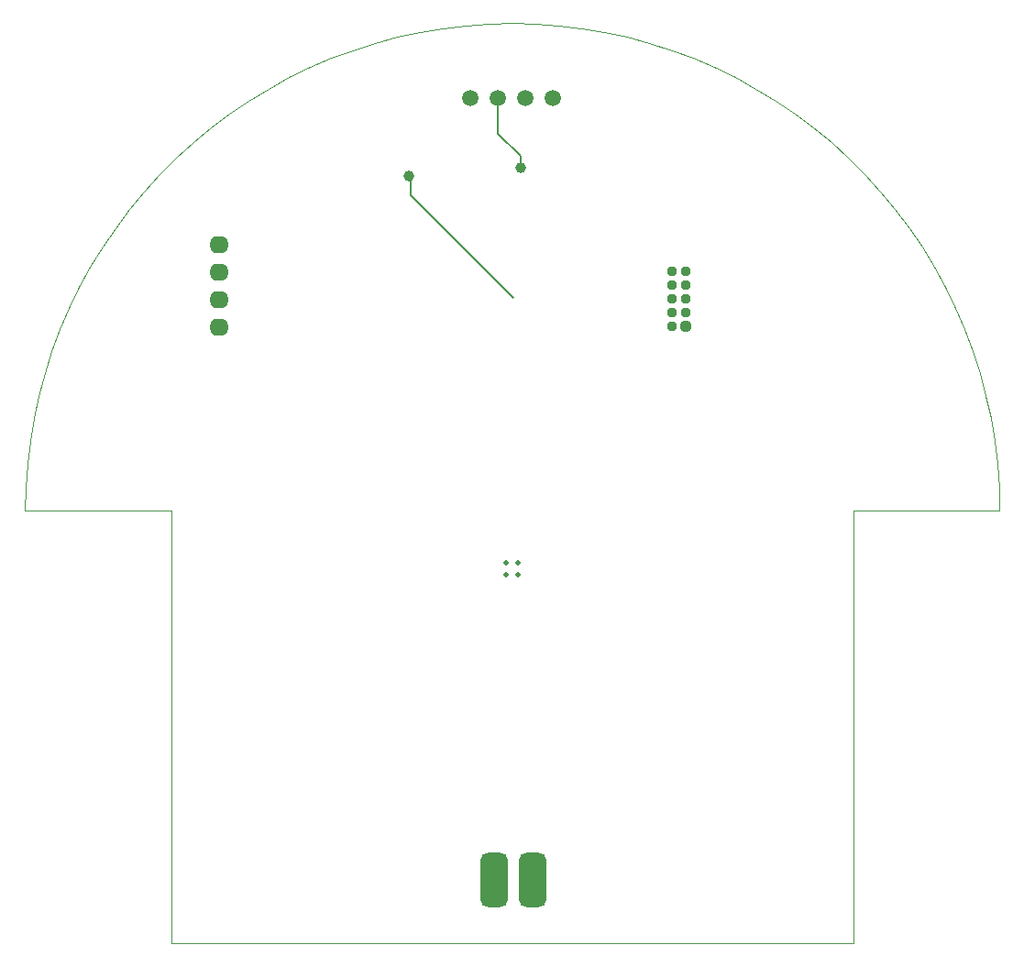
<source format=gbl>
%FSLAX25Y25*%
%MOIN*%
G70*
G01*
G75*
G04 Layer_Physical_Order=2*
G04 Layer_Color=16711680*
%ADD10R,0.03189X0.06299*%
%ADD11R,0.08268X0.11811*%
G04:AMPARAMS|DCode=12|XSize=98.43mil|YSize=196.85mil|CornerRadius=24.61mil|HoleSize=0mil|Usage=FLASHONLY|Rotation=180.000|XOffset=0mil|YOffset=0mil|HoleType=Round|Shape=RoundedRectangle|*
%AMROUNDEDRECTD12*
21,1,0.09843,0.14764,0,0,180.0*
21,1,0.04921,0.19685,0,0,180.0*
1,1,0.04921,-0.02461,0.07382*
1,1,0.04921,0.02461,0.07382*
1,1,0.04921,0.02461,-0.07382*
1,1,0.04921,-0.02461,-0.07382*
%
%ADD12ROUNDEDRECTD12*%
%ADD13C,0.05906*%
%ADD14R,0.07087X0.07087*%
%ADD15O,0.00984X0.03543*%
%ADD16O,0.03543X0.00984*%
G04:AMPARAMS|DCode=17|XSize=11.81mil|YSize=47.24mil|CornerRadius=2.95mil|HoleSize=0mil|Usage=FLASHONLY|Rotation=180.000|XOffset=0mil|YOffset=0mil|HoleType=Round|Shape=RoundedRectangle|*
%AMROUNDEDRECTD17*
21,1,0.01181,0.04134,0,0,180.0*
21,1,0.00591,0.04724,0,0,180.0*
1,1,0.00591,-0.00295,0.02067*
1,1,0.00591,0.00295,0.02067*
1,1,0.00591,0.00295,-0.02067*
1,1,0.00591,-0.00295,-0.02067*
%
%ADD17ROUNDEDRECTD17*%
G04:AMPARAMS|DCode=18|XSize=11.81mil|YSize=47.24mil|CornerRadius=2.95mil|HoleSize=0mil|Usage=FLASHONLY|Rotation=90.000|XOffset=0mil|YOffset=0mil|HoleType=Round|Shape=RoundedRectangle|*
%AMROUNDEDRECTD18*
21,1,0.01181,0.04134,0,0,90.0*
21,1,0.00591,0.04724,0,0,90.0*
1,1,0.00591,0.02067,0.00295*
1,1,0.00591,0.02067,-0.00295*
1,1,0.00591,-0.02067,-0.00295*
1,1,0.00591,-0.02067,0.00295*
%
%ADD18ROUNDEDRECTD18*%
G04:AMPARAMS|DCode=19|XSize=145.67mil|YSize=59.06mil|CornerRadius=14.76mil|HoleSize=0mil|Usage=FLASHONLY|Rotation=270.000|XOffset=0mil|YOffset=0mil|HoleType=Round|Shape=RoundedRectangle|*
%AMROUNDEDRECTD19*
21,1,0.14567,0.02953,0,0,270.0*
21,1,0.11614,0.05906,0,0,270.0*
1,1,0.02953,-0.01476,-0.05807*
1,1,0.02953,-0.01476,0.05807*
1,1,0.02953,0.01476,0.05807*
1,1,0.02953,0.01476,-0.05807*
%
%ADD19ROUNDEDRECTD19*%
G04:AMPARAMS|DCode=20|XSize=145.67mil|YSize=59.06mil|CornerRadius=14.76mil|HoleSize=0mil|Usage=FLASHONLY|Rotation=180.000|XOffset=0mil|YOffset=0mil|HoleType=Round|Shape=RoundedRectangle|*
%AMROUNDEDRECTD20*
21,1,0.14567,0.02953,0,0,180.0*
21,1,0.11614,0.05906,0,0,180.0*
1,1,0.02953,-0.05807,0.01476*
1,1,0.02953,0.05807,0.01476*
1,1,0.02953,0.05807,-0.01476*
1,1,0.02953,-0.05807,-0.01476*
%
%ADD20ROUNDEDRECTD20*%
G04:AMPARAMS|DCode=21|XSize=41.34mil|YSize=47.24mil|CornerRadius=10.34mil|HoleSize=0mil|Usage=FLASHONLY|Rotation=270.000|XOffset=0mil|YOffset=0mil|HoleType=Round|Shape=RoundedRectangle|*
%AMROUNDEDRECTD21*
21,1,0.04134,0.02658,0,0,270.0*
21,1,0.02067,0.04724,0,0,270.0*
1,1,0.02067,-0.01329,-0.01034*
1,1,0.02067,-0.01329,0.01034*
1,1,0.02067,0.01329,0.01034*
1,1,0.02067,0.01329,-0.01034*
%
%ADD21ROUNDEDRECTD21*%
G04:AMPARAMS|DCode=22|XSize=41.34mil|YSize=47.24mil|CornerRadius=10.34mil|HoleSize=0mil|Usage=FLASHONLY|Rotation=180.000|XOffset=0mil|YOffset=0mil|HoleType=Round|Shape=RoundedRectangle|*
%AMROUNDEDRECTD22*
21,1,0.04134,0.02658,0,0,180.0*
21,1,0.02067,0.04724,0,0,180.0*
1,1,0.02067,-0.01034,0.01329*
1,1,0.02067,0.01034,0.01329*
1,1,0.02067,0.01034,-0.01329*
1,1,0.02067,-0.01034,-0.01329*
%
%ADD22ROUNDEDRECTD22*%
G04:AMPARAMS|DCode=23|XSize=21.65mil|YSize=39.37mil|CornerRadius=5.41mil|HoleSize=0mil|Usage=FLASHONLY|Rotation=270.000|XOffset=0mil|YOffset=0mil|HoleType=Round|Shape=RoundedRectangle|*
%AMROUNDEDRECTD23*
21,1,0.02165,0.02854,0,0,270.0*
21,1,0.01083,0.03937,0,0,270.0*
1,1,0.01083,-0.01427,-0.00541*
1,1,0.01083,-0.01427,0.00541*
1,1,0.01083,0.01427,0.00541*
1,1,0.01083,0.01427,-0.00541*
%
%ADD23ROUNDEDRECTD23*%
%ADD24C,0.00787*%
%ADD25C,0.00394*%
%ADD26O,0.07087X0.06299*%
G04:AMPARAMS|DCode=27|XSize=37.4mil|YSize=37.4mil|CornerRadius=9.35mil|HoleSize=0mil|Usage=FLASHONLY|Rotation=90.000|XOffset=0mil|YOffset=0mil|HoleType=Round|Shape=RoundedRectangle|*
%AMROUNDEDRECTD27*
21,1,0.03740,0.01870,0,0,90.0*
21,1,0.01870,0.03740,0,0,90.0*
1,1,0.01870,0.00935,0.00935*
1,1,0.01870,0.00935,-0.00935*
1,1,0.01870,-0.00935,-0.00935*
1,1,0.01870,-0.00935,0.00935*
%
%ADD27ROUNDEDRECTD27*%
%ADD28C,0.03740*%
%ADD29C,0.01969*%
%ADD30C,0.03937*%
D12*
X7303Y23031D02*
D03*
X-6476D02*
D03*
D13*
X-4587D02*
D03*
X5413D02*
D03*
X-15197Y307480D02*
D03*
X-5197D02*
D03*
X4803D02*
D03*
X14803D02*
D03*
D24*
X-36909Y272244D02*
X492Y234842D01*
X-36909Y272244D02*
Y278150D01*
X-37697Y278937D02*
X-36909Y278150D01*
X-5197Y294567D02*
Y307480D01*
Y294567D02*
X3051Y286319D01*
Y282087D02*
Y286319D01*
D25*
X124016Y157480D02*
X177165Y157480D01*
X124016Y0D02*
Y157480D01*
X-124016Y-0D02*
X124016Y0D01*
X-124016Y-0D02*
Y157480D01*
X-177165Y157480D02*
X-124016Y157480D01*
X-177165Y157480D02*
X-176965Y165910D01*
X-176363Y174321D01*
X-175362Y182694D01*
X-173964Y191009D01*
X-172171Y199249D01*
X-169989Y207394D01*
X-167421Y215425D01*
X-164475Y223326D01*
X-161155Y231077D01*
X-157471Y238662D01*
X-153430Y246063D01*
X-149041Y253263D01*
X-144315Y260246D01*
X-139261Y266997D01*
X-133893Y273499D01*
X-128221Y279738D01*
X-122258Y285701D01*
X-116019Y291373D01*
X-109517Y296742D01*
X-102766Y301795D01*
X-95783Y306521D01*
X-88583Y310910D01*
X-81182Y314951D01*
X-73597Y318636D01*
X-65846Y321955D01*
X-57945Y324902D01*
X-49913Y327469D01*
X-41768Y329652D01*
X-33529Y331444D01*
X-25213Y332842D01*
X-16841Y333843D01*
X-8430Y334445D01*
X-0Y334646D01*
X8430Y334445D01*
X16841Y333843D01*
X25213Y332842D01*
X33529Y331444D01*
X41768Y329652D01*
X49913Y327469D01*
X57945Y324902D01*
X65846Y321955D01*
X73597Y318636D01*
X81182Y314951D01*
X88583Y310910D01*
X95783Y306521D01*
X102766Y301795D01*
X109516Y296742D01*
X116019Y291373D01*
X122258Y285701D01*
X128220Y279738D01*
X133893Y273499D01*
X139261Y266997D01*
X144315Y260246D01*
X149041Y253263D01*
X153430Y246063D01*
X157471Y238662D01*
X161155Y231078D01*
X164474Y223326D01*
X167421Y215425D01*
X169989Y207394D01*
X172171Y199249D01*
X173964Y191009D01*
X175362Y182694D01*
X176363Y174321D01*
X176965Y165910D01*
X177165Y157480D01*
D26*
X-106595Y224173D02*
D03*
Y234173D02*
D03*
Y254173D02*
D03*
Y244173D02*
D03*
D27*
X63130Y224350D02*
D03*
D28*
X58130D02*
D03*
X63130Y229350D02*
D03*
Y234350D02*
D03*
X58130Y229350D02*
D03*
Y234350D02*
D03*
X63130Y239350D02*
D03*
Y244350D02*
D03*
X58130Y239350D02*
D03*
Y244350D02*
D03*
D29*
X1969Y133957D02*
D03*
X-2362D02*
D03*
X1969Y138287D02*
D03*
X-2362D02*
D03*
D30*
X-37697Y278937D02*
D03*
X3051Y282087D02*
D03*
M02*

</source>
